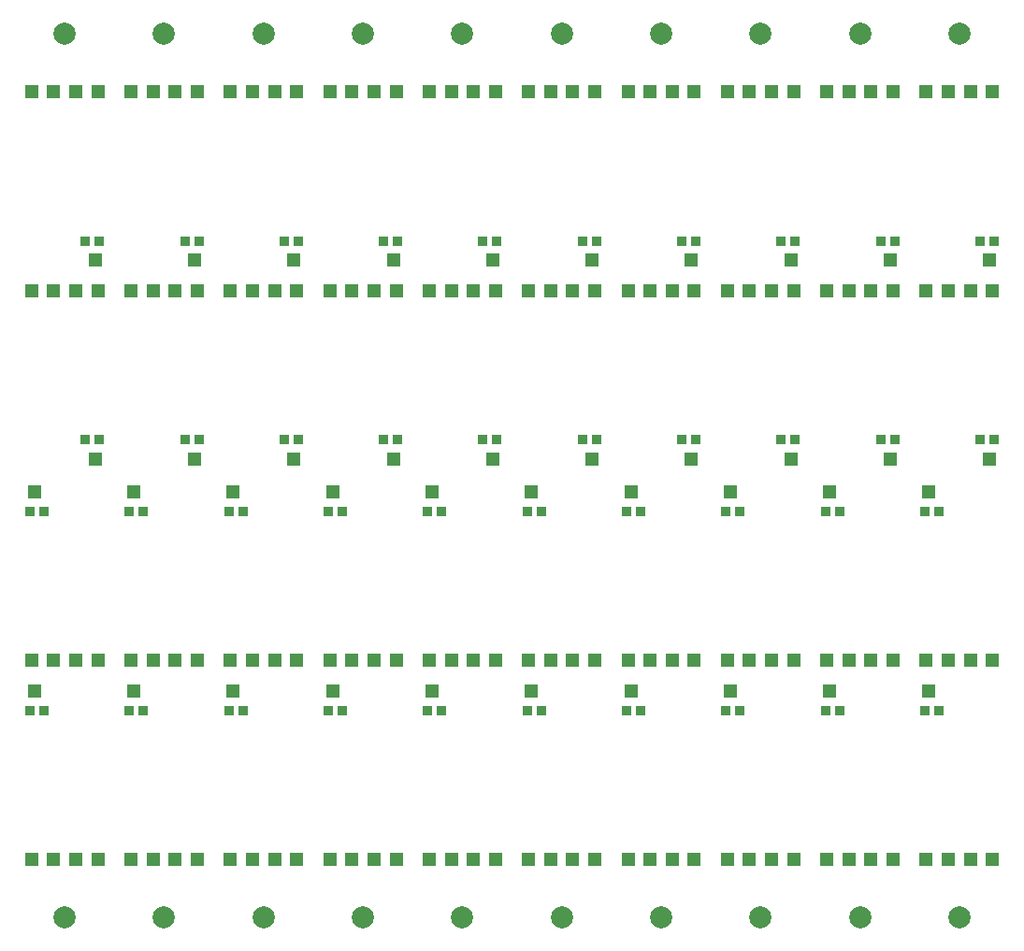
<source format=gbs>
G04 #@! TF.GenerationSoftware,KiCad,Pcbnew,7.0.11*
G04 #@! TF.CreationDate,2024-02-28T18:49:23+09:00*
G04 #@! TF.ProjectId,F02-Func-Decoder-p,4630322d-4675-46e6-932d-4465636f6465,rev?*
G04 #@! TF.SameCoordinates,Original*
G04 #@! TF.FileFunction,Soldermask,Bot*
G04 #@! TF.FilePolarity,Negative*
%FSLAX46Y46*%
G04 Gerber Fmt 4.6, Leading zero omitted, Abs format (unit mm)*
G04 Created by KiCad (PCBNEW 7.0.11) date 2024-02-28 18:49:23*
%MOMM*%
%LPD*%
G01*
G04 APERTURE LIST*
%ADD10C,2.000000*%
%ADD11R,0.950000X0.950000*%
%ADD12R,1.300000X1.300000*%
G04 APERTURE END LIST*
D10*
X156000000Y-129000000D03*
D11*
X190135000Y-92250000D03*
X188865000Y-92250000D03*
D12*
X184000000Y-72250000D03*
X123000000Y-54250000D03*
D11*
X154135000Y-92250000D03*
X152865000Y-92250000D03*
D12*
X159000000Y-72250000D03*
X148000000Y-105750000D03*
X126250000Y-90500000D03*
X173000000Y-123750000D03*
D10*
X156000000Y-49000000D03*
D12*
X110000000Y-72250000D03*
X144250000Y-108500000D03*
D11*
X121865000Y-85750000D03*
X123135000Y-85750000D03*
D12*
X157000000Y-54250000D03*
X184000000Y-123750000D03*
X173000000Y-105750000D03*
X110000000Y-105750000D03*
D11*
X130865000Y-85750000D03*
X132135000Y-85750000D03*
D12*
X171000000Y-105750000D03*
X150000000Y-54250000D03*
D10*
X165000000Y-49000000D03*
D11*
X109135000Y-92250000D03*
X107865000Y-92250000D03*
D12*
X122750000Y-87500000D03*
D11*
X181135000Y-110250000D03*
X179865000Y-110250000D03*
D12*
X167750000Y-69500000D03*
X139000000Y-54250000D03*
X135000000Y-105750000D03*
D10*
X129000000Y-129000000D03*
D12*
X128000000Y-123750000D03*
X175000000Y-54250000D03*
D10*
X120000000Y-129000000D03*
X120000000Y-49000000D03*
D12*
X148000000Y-72250000D03*
X189250000Y-108500000D03*
X155000000Y-105750000D03*
X119000000Y-105750000D03*
X123000000Y-123750000D03*
X186000000Y-54250000D03*
X159000000Y-105750000D03*
D11*
X163135000Y-92250000D03*
X161865000Y-92250000D03*
D12*
X176750000Y-69500000D03*
X144000000Y-105750000D03*
X162000000Y-54250000D03*
D10*
X183000000Y-129000000D03*
D12*
X144000000Y-123750000D03*
X166000000Y-105750000D03*
D11*
X139865000Y-67750000D03*
X141135000Y-67750000D03*
X118135000Y-110250000D03*
X116865000Y-110250000D03*
D10*
X174000000Y-49000000D03*
D12*
X193000000Y-123750000D03*
X185750000Y-69500000D03*
X186000000Y-72250000D03*
D11*
X145135000Y-92250000D03*
X143865000Y-92250000D03*
X118135000Y-92250000D03*
X116865000Y-92250000D03*
D12*
X149750000Y-69500000D03*
D11*
X130865000Y-67750000D03*
X132135000Y-67750000D03*
X121865000Y-67750000D03*
X123135000Y-67750000D03*
D12*
X126250000Y-108500000D03*
X177000000Y-123750000D03*
X121000000Y-123750000D03*
X141000000Y-105750000D03*
X128000000Y-105750000D03*
X117000000Y-105750000D03*
X126000000Y-54250000D03*
D11*
X145135000Y-110250000D03*
X143865000Y-110250000D03*
D10*
X192000000Y-129000000D03*
X129000000Y-49000000D03*
D12*
X180000000Y-72250000D03*
X144000000Y-72250000D03*
X117000000Y-123750000D03*
X195000000Y-123750000D03*
X166000000Y-123750000D03*
X117250000Y-108500000D03*
X153250000Y-90500000D03*
X191000000Y-123750000D03*
X135000000Y-123750000D03*
X189250000Y-90500000D03*
D10*
X174000000Y-129000000D03*
D12*
X162000000Y-72250000D03*
X189000000Y-72250000D03*
X117000000Y-54250000D03*
D11*
X157865000Y-67750000D03*
X159135000Y-67750000D03*
D12*
X167750000Y-87500000D03*
D11*
X193865000Y-67750000D03*
X195135000Y-67750000D03*
D12*
X112000000Y-72250000D03*
X130000000Y-72250000D03*
D10*
X138000000Y-129000000D03*
D12*
X135250000Y-90500000D03*
D11*
X127135000Y-110250000D03*
X125865000Y-110250000D03*
D12*
X157000000Y-105750000D03*
X132000000Y-123750000D03*
D10*
X111000000Y-129000000D03*
D12*
X108000000Y-72250000D03*
D11*
X157865000Y-85750000D03*
X159135000Y-85750000D03*
X172135000Y-110250000D03*
X170865000Y-110250000D03*
X184865000Y-85750000D03*
X186135000Y-85750000D03*
D12*
X194750000Y-69500000D03*
X193000000Y-105750000D03*
X171000000Y-54250000D03*
X150000000Y-72250000D03*
X164000000Y-105750000D03*
X114000000Y-54250000D03*
X180000000Y-54250000D03*
X121000000Y-105750000D03*
X184000000Y-105750000D03*
X131750000Y-87500000D03*
X164000000Y-123750000D03*
X128000000Y-72250000D03*
D10*
X183000000Y-49000000D03*
D12*
X180250000Y-90500000D03*
X130000000Y-123750000D03*
X112000000Y-123750000D03*
X177000000Y-72250000D03*
X128000000Y-54250000D03*
D10*
X111000000Y-49000000D03*
D12*
X110000000Y-123750000D03*
D11*
X112865000Y-67750000D03*
X114135000Y-67750000D03*
D12*
X158750000Y-69500000D03*
X155000000Y-123750000D03*
X191000000Y-105750000D03*
X123000000Y-105750000D03*
X121000000Y-54250000D03*
D11*
X166865000Y-85750000D03*
X168135000Y-85750000D03*
D12*
X162250000Y-108500000D03*
X131750000Y-69500000D03*
D11*
X190135000Y-110250000D03*
X188865000Y-110250000D03*
D12*
X123000000Y-72250000D03*
X153000000Y-105750000D03*
X130000000Y-105750000D03*
D11*
X163135000Y-110250000D03*
X161865000Y-110250000D03*
D12*
X193000000Y-72250000D03*
X149750000Y-87500000D03*
X146000000Y-72250000D03*
X177000000Y-105750000D03*
D11*
X148865000Y-67750000D03*
X150135000Y-67750000D03*
X139865000Y-85750000D03*
X141135000Y-85750000D03*
D12*
X141000000Y-72250000D03*
X175000000Y-123750000D03*
X175000000Y-105750000D03*
X182000000Y-123750000D03*
D10*
X147000000Y-49000000D03*
D12*
X114000000Y-123750000D03*
X135000000Y-72250000D03*
X189000000Y-105750000D03*
X175000000Y-72250000D03*
X113750000Y-69500000D03*
X137000000Y-123750000D03*
D11*
X172135000Y-92250000D03*
X170865000Y-92250000D03*
D12*
X189000000Y-123750000D03*
X121000000Y-72250000D03*
X135250000Y-108500000D03*
X137000000Y-54250000D03*
D11*
X166865000Y-67750000D03*
X168135000Y-67750000D03*
D10*
X138000000Y-49000000D03*
D12*
X114000000Y-72250000D03*
X180000000Y-105750000D03*
X144000000Y-54250000D03*
X112000000Y-54250000D03*
X173000000Y-72250000D03*
X126000000Y-105750000D03*
X171000000Y-123750000D03*
X168000000Y-105750000D03*
D11*
X184865000Y-67750000D03*
X186135000Y-67750000D03*
D10*
X192000000Y-49000000D03*
D12*
X153000000Y-54250000D03*
X195000000Y-72250000D03*
X146000000Y-105750000D03*
X137000000Y-72250000D03*
X150000000Y-123750000D03*
X132000000Y-105750000D03*
X180000000Y-123750000D03*
X195000000Y-105750000D03*
D10*
X147000000Y-129000000D03*
D12*
X117250000Y-90500000D03*
X153250000Y-108500000D03*
X186000000Y-105750000D03*
X155000000Y-72250000D03*
X162000000Y-105750000D03*
X193000000Y-54250000D03*
X135000000Y-54250000D03*
X139000000Y-105750000D03*
X112000000Y-105750000D03*
X113750000Y-87500000D03*
X146000000Y-123750000D03*
X114000000Y-105750000D03*
D11*
X136135000Y-92250000D03*
X134865000Y-92250000D03*
D12*
X166000000Y-54250000D03*
X177000000Y-54250000D03*
X150000000Y-105750000D03*
D11*
X127135000Y-92250000D03*
X125865000Y-92250000D03*
D12*
X189000000Y-54250000D03*
X191000000Y-72250000D03*
X153000000Y-72250000D03*
D11*
X193865000Y-85750000D03*
X195135000Y-85750000D03*
D12*
X148000000Y-123750000D03*
X108000000Y-123750000D03*
X157000000Y-72250000D03*
X119000000Y-54250000D03*
X108250000Y-90500000D03*
D11*
X181135000Y-92250000D03*
X179865000Y-92250000D03*
D12*
X168000000Y-123750000D03*
X194750000Y-87500000D03*
D11*
X112865000Y-85750000D03*
X114135000Y-85750000D03*
X175865000Y-67750000D03*
X177135000Y-67750000D03*
D12*
X153000000Y-123750000D03*
X139000000Y-123750000D03*
X108000000Y-105750000D03*
X168000000Y-72250000D03*
X159000000Y-123750000D03*
X117000000Y-72250000D03*
X182000000Y-105750000D03*
X130000000Y-54250000D03*
X195000000Y-54250000D03*
X110000000Y-54250000D03*
X171000000Y-72250000D03*
X191000000Y-54250000D03*
X119000000Y-72250000D03*
X168000000Y-54250000D03*
X146000000Y-54250000D03*
D11*
X154135000Y-110250000D03*
X152865000Y-110250000D03*
D12*
X176750000Y-87500000D03*
X108000000Y-54250000D03*
X173000000Y-54250000D03*
X164000000Y-72250000D03*
X122750000Y-69500000D03*
X119000000Y-123750000D03*
X157000000Y-123750000D03*
X180250000Y-108500000D03*
X144250000Y-90500000D03*
X184000000Y-54250000D03*
X148000000Y-54250000D03*
X171250000Y-90500000D03*
X140750000Y-87500000D03*
X186000000Y-123750000D03*
X140750000Y-69500000D03*
D10*
X165000000Y-129000000D03*
D12*
X182000000Y-72250000D03*
X132000000Y-54250000D03*
D11*
X109135000Y-110250000D03*
X107865000Y-110250000D03*
D12*
X164000000Y-54250000D03*
X162250000Y-90500000D03*
X158750000Y-87500000D03*
X139000000Y-72250000D03*
X166000000Y-72250000D03*
X108250000Y-108500000D03*
D11*
X175865000Y-85750000D03*
X177135000Y-85750000D03*
D12*
X141000000Y-123750000D03*
X132000000Y-72250000D03*
D11*
X136135000Y-110250000D03*
X134865000Y-110250000D03*
D12*
X137000000Y-105750000D03*
X155000000Y-54250000D03*
X126000000Y-123750000D03*
X141000000Y-54250000D03*
D11*
X148865000Y-85750000D03*
X150135000Y-85750000D03*
D12*
X182000000Y-54250000D03*
X159000000Y-54250000D03*
X185750000Y-87500000D03*
X162000000Y-123750000D03*
X126000000Y-72250000D03*
X171250000Y-108500000D03*
M02*

</source>
